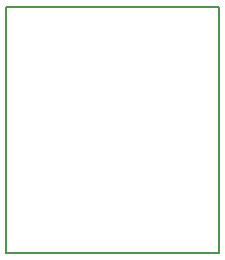
<source format=gm1>
G04 #@! TF.FileFunction,Profile,NP*
%FSLAX46Y46*%
G04 Gerber Fmt 4.6, Leading zero omitted, Abs format (unit mm)*
G04 Created by KiCad (PCBNEW 4.0.6) date 12/04/17 01:24:34*
%MOMM*%
%LPD*%
G01*
G04 APERTURE LIST*
%ADD10C,0.100000*%
%ADD11C,0.150000*%
G04 APERTURE END LIST*
D10*
D11*
X187198000Y-128524000D02*
X169164000Y-128524000D01*
X169164000Y-107696000D02*
X187198000Y-107696000D01*
X169164000Y-107950000D02*
X169164000Y-107696000D01*
X169164000Y-128524000D02*
X169164000Y-107950000D01*
X187198000Y-108204000D02*
X187198000Y-107696000D01*
X187198000Y-107950000D02*
X187198000Y-128524000D01*
M02*

</source>
